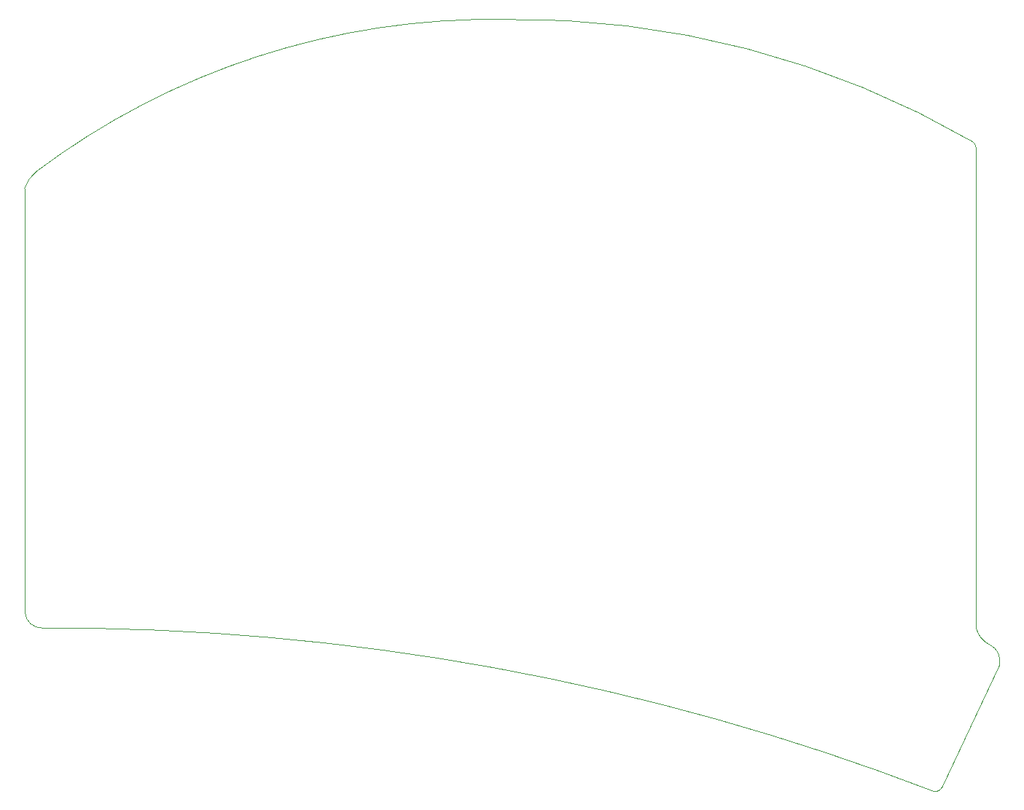
<source format=gm1>
%TF.GenerationSoftware,KiCad,Pcbnew,7.99.0-1397-geaf65f7d53*%
%TF.CreationDate,2023-06-19T15:24:22+01:00*%
%TF.ProjectId,swweeep-base,73777765-6565-4702-9d62-6173652e6b69,rev?*%
%TF.SameCoordinates,Original*%
%TF.FileFunction,Profile,NP*%
%FSLAX46Y46*%
G04 Gerber Fmt 4.6, Leading zero omitted, Abs format (unit mm)*
G04 Created by KiCad (PCBNEW 7.99.0-1397-geaf65f7d53) date 2023-06-19 15:24:22*
%MOMM*%
%LPD*%
G01*
G04 APERTURE LIST*
%TA.AperFunction,Profile*%
%ADD10C,0.050000*%
%TD*%
G04 APERTURE END LIST*
D10*
X122580610Y-27198592D02*
G75*
G03*
X68080607Y-12956109I-52866910J-90903908D01*
G01*
X122942566Y-83698608D02*
G75*
G03*
X124483620Y-85620760I2799734J665808D01*
G01*
X125633638Y-87970764D02*
G75*
G03*
X124483620Y-85620761I-1993238J480964D01*
G01*
X68080607Y-12956105D02*
G75*
G03*
X13817600Y-30581600I-1393397J-88051775D01*
G01*
X12430882Y-81863621D02*
G75*
G03*
X14468605Y-83699721I1977918J146321D01*
G01*
X122942629Y-28002373D02*
G75*
G03*
X122580605Y-27198600I-1044929J12773D01*
G01*
X122942606Y-28002373D02*
X122942605Y-83698599D01*
X117736397Y-102578042D02*
G75*
G03*
X14468605Y-83699723I-101808397J-265024358D01*
G01*
X117736435Y-102577975D02*
G75*
G03*
X118943224Y-102243834I439865J757675D01*
G01*
X13817601Y-30581601D02*
G75*
G03*
X12390659Y-32595304I2444909J-3244929D01*
G01*
X12390658Y-32595304D02*
X12430857Y-81863623D01*
X125633620Y-87970760D02*
X118943224Y-102243834D01*
M02*

</source>
